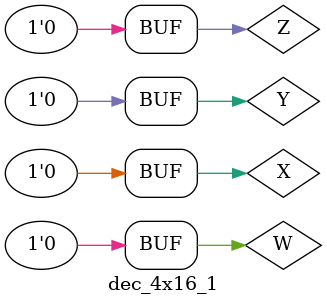
<source format=v>
`timescale 1ns / 1ps


module dec_4x16_1;

	// Inputs
	reg X;
	reg Y;
	reg Z;
	reg W;

	// Outputs
	wire [15:0] D;

	// Instantiate the Unit Under Test (UUT)
	dec_4x16 uut (
		.D(D), 
		.X(X), 
		.Y(Y), 
		.Z(Z), 
		.W(W)
	);

	initial begin
		// Initialize Inputs
		X = 0;
		Y = 0;
		Z = 0;
		W = 0;

		// Wait 100 ns for global reset to finish
		#100;
        
		// Add stimulus here

	end
      
endmodule


</source>
